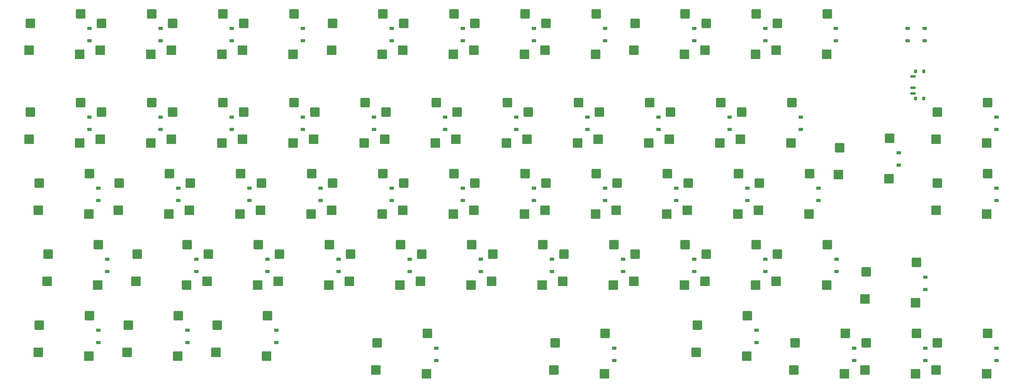
<source format=gbp>
G04 #@! TF.GenerationSoftware,KiCad,Pcbnew,7.0.8-7.0.8~ubuntu22.04.1*
G04 #@! TF.CreationDate,2023-10-08T19:27:19+02:00*
G04 #@! TF.ProjectId,nrw65-pcb,6e727736-352d-4706-9362-2e6b69636164,rev?*
G04 #@! TF.SameCoordinates,Original*
G04 #@! TF.FileFunction,Paste,Bot*
G04 #@! TF.FilePolarity,Positive*
%FSLAX46Y46*%
G04 Gerber Fmt 4.6, Leading zero omitted, Abs format (unit mm)*
G04 Created by KiCad (PCBNEW 7.0.8-7.0.8~ubuntu22.04.1) date 2023-10-08 19:27:19*
%MOMM*%
%LPD*%
G01*
G04 APERTURE LIST*
G04 Aperture macros list*
%AMRoundRect*
0 Rectangle with rounded corners*
0 $1 Rounding radius*
0 $2 $3 $4 $5 $6 $7 $8 $9 X,Y pos of 4 corners*
0 Add a 4 corners polygon primitive as box body*
4,1,4,$2,$3,$4,$5,$6,$7,$8,$9,$2,$3,0*
0 Add four circle primitives for the rounded corners*
1,1,$1+$1,$2,$3*
1,1,$1+$1,$4,$5*
1,1,$1+$1,$6,$7*
1,1,$1+$1,$8,$9*
0 Add four rect primitives between the rounded corners*
20,1,$1+$1,$2,$3,$4,$5,0*
20,1,$1+$1,$4,$5,$6,$7,0*
20,1,$1+$1,$6,$7,$8,$9,0*
20,1,$1+$1,$8,$9,$2,$3,0*%
G04 Aperture macros list end*
%ADD10RoundRect,0.260000X-1.040000X-1.040000X1.040000X-1.040000X1.040000X1.040000X-1.040000X1.040000X0*%
%ADD11RoundRect,0.250000X-1.025000X-1.000000X1.025000X-1.000000X1.025000X1.000000X-1.025000X1.000000X0*%
%ADD12RoundRect,0.225000X0.375000X-0.225000X0.375000X0.225000X-0.375000X0.225000X-0.375000X-0.225000X0*%
%ADD13RoundRect,0.200000X-0.200000X0.300000X-0.200000X-0.300000X0.200000X-0.300000X0.200000X0.300000X0*%
%ADD14RoundRect,0.175000X-0.575000X0.175000X-0.575000X-0.175000X0.575000X-0.175000X0.575000X0.175000X0*%
G04 APERTURE END LIST*
D10*
X45900000Y-63037500D03*
D11*
X46215000Y-55797500D03*
D10*
X59450000Y-64087500D03*
D11*
X59665000Y-53257500D03*
D10*
X164962500Y-82087500D03*
D11*
X165277500Y-74847500D03*
D10*
X178512500Y-83137500D03*
D11*
X178727500Y-72307500D03*
D10*
X88762500Y-82087500D03*
D11*
X89077500Y-74847500D03*
D10*
X102312500Y-83137500D03*
D11*
X102527500Y-72307500D03*
D10*
X69712500Y-82087500D03*
D11*
X70027500Y-74847500D03*
D10*
X83262500Y-83137500D03*
D11*
X83477500Y-72307500D03*
D10*
X29231250Y-82087500D03*
D11*
X29546250Y-74847500D03*
D10*
X42781250Y-83137500D03*
D11*
X42996250Y-72307500D03*
D10*
X198300000Y-63037500D03*
D11*
X198615000Y-55797500D03*
D10*
X211850000Y-64087500D03*
D11*
X212065000Y-53257500D03*
D10*
X64950000Y-39225000D03*
D11*
X65265000Y-31985000D03*
D10*
X78500000Y-40275000D03*
D11*
X78715000Y-29445000D03*
D10*
X76856250Y-120187500D03*
D11*
X77171250Y-112947500D03*
D10*
X90406250Y-121237500D03*
D11*
X90621250Y-110407500D03*
D10*
X45900000Y-39225000D03*
D11*
X46215000Y-31985000D03*
D10*
X59450000Y-40275000D03*
D11*
X59665000Y-29445000D03*
D10*
X103050000Y-63037500D03*
D11*
X103365000Y-55797500D03*
D10*
X116600000Y-64087500D03*
D11*
X116815000Y-53257500D03*
D10*
X179250000Y-63037500D03*
D11*
X179565000Y-55797500D03*
D10*
X192800000Y-64087500D03*
D11*
X193015000Y-53257500D03*
D10*
X126862500Y-82087500D03*
D11*
X127177500Y-74847500D03*
D10*
X140412500Y-83137500D03*
D11*
X140627500Y-72307500D03*
D10*
X107812500Y-82087500D03*
D11*
X108127500Y-74847500D03*
D10*
X121362500Y-83137500D03*
D11*
X121577500Y-72307500D03*
D10*
X269737500Y-124950000D03*
D11*
X270052500Y-117710000D03*
D10*
X283287500Y-126000000D03*
D11*
X283502500Y-115170000D03*
D10*
X131625000Y-101137500D03*
D11*
X131940000Y-93897500D03*
D10*
X145175000Y-102187500D03*
D11*
X145390000Y-91357500D03*
D10*
X29231250Y-120187500D03*
D11*
X29546250Y-112947500D03*
D10*
X42781250Y-121237500D03*
D11*
X42996250Y-110407500D03*
D10*
X188775000Y-101137500D03*
D11*
X189090000Y-93897500D03*
D10*
X202325000Y-102187500D03*
D11*
X202540000Y-91357500D03*
D10*
X167343750Y-124950000D03*
D11*
X167658750Y-117710000D03*
D10*
X180893750Y-126000000D03*
D11*
X181108750Y-115170000D03*
D10*
X269737500Y-63037500D03*
D11*
X270052500Y-55797500D03*
D10*
X283287500Y-64087500D03*
D11*
X283502500Y-53257500D03*
D10*
X74475000Y-101137500D03*
D11*
X74790000Y-93897500D03*
D10*
X88025000Y-102187500D03*
D11*
X88240000Y-91357500D03*
D10*
X84000000Y-39225000D03*
D11*
X84315000Y-31985000D03*
D10*
X97550000Y-40275000D03*
D11*
X97765000Y-29445000D03*
D10*
X141150000Y-63037500D03*
D11*
X141465000Y-55797500D03*
D10*
X154700000Y-64087500D03*
D11*
X154915000Y-53257500D03*
D10*
X64950000Y-63037500D03*
D11*
X65265000Y-55797500D03*
D10*
X78500000Y-64087500D03*
D11*
X78715000Y-53257500D03*
D10*
X55425000Y-101137500D03*
D11*
X55740000Y-93897500D03*
D10*
X68975000Y-102187500D03*
D11*
X69190000Y-91357500D03*
D10*
X217350000Y-63037500D03*
D11*
X217665000Y-55797500D03*
D10*
X230900000Y-64087500D03*
D11*
X231115000Y-53257500D03*
D10*
X122100000Y-63037500D03*
D11*
X122415000Y-55797500D03*
D10*
X135650000Y-64087500D03*
D11*
X135865000Y-53257500D03*
D10*
X160200000Y-63037500D03*
D11*
X160515000Y-55797500D03*
D10*
X173750000Y-64087500D03*
D11*
X173965000Y-53257500D03*
D10*
X53043750Y-120187500D03*
D11*
X53358750Y-112947500D03*
D10*
X66593750Y-121237500D03*
D11*
X66808750Y-110407500D03*
D10*
X84000000Y-63037500D03*
D11*
X84315000Y-55797500D03*
D10*
X97550000Y-64087500D03*
D11*
X97765000Y-53257500D03*
D10*
X184012500Y-82087500D03*
D11*
X184327500Y-74847500D03*
D10*
X197562500Y-83137500D03*
D11*
X197777500Y-72307500D03*
D10*
X126862500Y-39225000D03*
D11*
X127177500Y-31985000D03*
D10*
X140412500Y-40275000D03*
D11*
X140627500Y-29445000D03*
D10*
X145912500Y-82087500D03*
D11*
X146227500Y-74847500D03*
D10*
X159462500Y-83137500D03*
D11*
X159677500Y-72307500D03*
D10*
X203062500Y-82087500D03*
D11*
X203377500Y-74847500D03*
D10*
X216612500Y-83137500D03*
D11*
X216827500Y-72307500D03*
D10*
X145912500Y-39225000D03*
D11*
X146227500Y-31985000D03*
D10*
X159462500Y-40275000D03*
D11*
X159677500Y-29445000D03*
D10*
X112575000Y-101137500D03*
D11*
X112890000Y-93897500D03*
D10*
X126125000Y-102187500D03*
D11*
X126340000Y-91357500D03*
D10*
X93525000Y-101137500D03*
D11*
X93840000Y-93897500D03*
D10*
X107075000Y-102187500D03*
D11*
X107290000Y-91357500D03*
D10*
X207825000Y-101137500D03*
D11*
X208140000Y-93897500D03*
D10*
X221375000Y-102187500D03*
D11*
X221590000Y-91357500D03*
D10*
X107812500Y-39225000D03*
D11*
X108127500Y-31985000D03*
D10*
X121362500Y-40275000D03*
D11*
X121577500Y-29445000D03*
D10*
X205443750Y-120187500D03*
D11*
X205758750Y-112947500D03*
D10*
X218993750Y-121237500D03*
D11*
X219208750Y-110407500D03*
D10*
X269737500Y-82087500D03*
D11*
X270052500Y-74847500D03*
D10*
X283287500Y-83137500D03*
D11*
X283502500Y-72307500D03*
D10*
X226875000Y-101137500D03*
D11*
X227190000Y-93897500D03*
D10*
X240425000Y-102187500D03*
D11*
X240640000Y-91357500D03*
D10*
X26850000Y-63037500D03*
D11*
X27165000Y-55797500D03*
D10*
X40400000Y-64087500D03*
D11*
X40615000Y-53257500D03*
D10*
X250687500Y-124950000D03*
D11*
X251002500Y-117710000D03*
D10*
X264237500Y-126000000D03*
D11*
X264452500Y-115170000D03*
D10*
X119718750Y-124950000D03*
D11*
X120033750Y-117710000D03*
D10*
X133268750Y-126000000D03*
D11*
X133483750Y-115170000D03*
D10*
X26850000Y-39225000D03*
D11*
X27165000Y-31985000D03*
D10*
X40400000Y-40275000D03*
D11*
X40615000Y-29445000D03*
D10*
X150675000Y-101137500D03*
D11*
X150990000Y-93897500D03*
D10*
X164225000Y-102187500D03*
D11*
X164440000Y-91357500D03*
D10*
X164962500Y-39225000D03*
D11*
X165277500Y-31985000D03*
D10*
X178512500Y-40275000D03*
D11*
X178727500Y-29445000D03*
D10*
X243543750Y-72562500D03*
D11*
X243858750Y-65322500D03*
D10*
X257093750Y-73612500D03*
D11*
X257308750Y-62782500D03*
D10*
X188775000Y-39225000D03*
D11*
X189090000Y-31985000D03*
D10*
X202325000Y-40275000D03*
D11*
X202540000Y-29445000D03*
D10*
X226875000Y-39225000D03*
D11*
X227190000Y-31985000D03*
D10*
X240425000Y-40275000D03*
D11*
X240640000Y-29445000D03*
D10*
X31612500Y-101137500D03*
D11*
X31927500Y-93897500D03*
D10*
X45162500Y-102187500D03*
D11*
X45377500Y-91357500D03*
D10*
X169725000Y-101137500D03*
D11*
X170040000Y-93897500D03*
D10*
X183275000Y-102187500D03*
D11*
X183490000Y-91357500D03*
D10*
X231637500Y-124950000D03*
D11*
X231952500Y-117710000D03*
D10*
X245187500Y-126000000D03*
D11*
X245402500Y-115170000D03*
D10*
X207825000Y-39225000D03*
D11*
X208140000Y-31985000D03*
D10*
X221375000Y-40275000D03*
D11*
X221590000Y-29445000D03*
D10*
X250687500Y-105900000D03*
D11*
X251002500Y-98660000D03*
D10*
X264237500Y-106950000D03*
D11*
X264452500Y-96120000D03*
D10*
X50662500Y-82087500D03*
D11*
X50977500Y-74847500D03*
D10*
X64212500Y-83137500D03*
D11*
X64427500Y-72307500D03*
D10*
X222112500Y-82087500D03*
D11*
X222427500Y-74847500D03*
D10*
X235662500Y-83137500D03*
D11*
X235877500Y-72307500D03*
D12*
X285887500Y-79512500D03*
X285887500Y-76212500D03*
X181112500Y-36650000D03*
X181112500Y-33350000D03*
X219212500Y-79512500D03*
X219212500Y-76212500D03*
X285887500Y-60462500D03*
X285887500Y-57162500D03*
X66812500Y-79512500D03*
X66812500Y-76212500D03*
X162062500Y-79512500D03*
X162062500Y-76212500D03*
X93006250Y-117612500D03*
X93006250Y-114312500D03*
X45381250Y-79512500D03*
X45381250Y-76212500D03*
X45381250Y-117612500D03*
X45381250Y-114312500D03*
X123962500Y-79512500D03*
X123962500Y-76212500D03*
X204925000Y-98562500D03*
X204925000Y-95262500D03*
X104912500Y-79512500D03*
X104912500Y-76212500D03*
X214450000Y-60462500D03*
X214450000Y-57162500D03*
X162062500Y-36650000D03*
X162062500Y-33350000D03*
X204925000Y-36650000D03*
X204925000Y-33350000D03*
X128725000Y-98562500D03*
X128725000Y-95262500D03*
X266837500Y-103325000D03*
X266837500Y-100025000D03*
X242890000Y-36650000D03*
X242890000Y-33350000D03*
X223975000Y-36650000D03*
X223975000Y-33350000D03*
X176350000Y-60462500D03*
X176350000Y-57162500D03*
X262075000Y-36650000D03*
X262075000Y-33350000D03*
X247787500Y-122375000D03*
X247787500Y-119075000D03*
X109675000Y-98562500D03*
X109675000Y-95262500D03*
X81100000Y-36650000D03*
X81100000Y-33350000D03*
X71575000Y-98562500D03*
X71575000Y-95262500D03*
D13*
X264210000Y-52150000D03*
X266420000Y-52150000D03*
D14*
X263560000Y-46250000D03*
D13*
X264210000Y-44850000D03*
X266420000Y-44850000D03*
D14*
X263560000Y-49250000D03*
X263560000Y-50750000D03*
D12*
X266837500Y-122375000D03*
X266837500Y-119075000D03*
X166825000Y-98562500D03*
X166825000Y-95262500D03*
X233500000Y-60462500D03*
X233500000Y-57162500D03*
X143012500Y-79512500D03*
X143012500Y-76212500D03*
X195400000Y-60462500D03*
X195400000Y-57162500D03*
X85862500Y-79512500D03*
X85862500Y-76212500D03*
X238262500Y-79512500D03*
X238262500Y-76212500D03*
X285887500Y-122375000D03*
X285887500Y-119075000D03*
X259693750Y-69987500D03*
X259693750Y-66687500D03*
X100150000Y-36650000D03*
X100150000Y-33350000D03*
X62050000Y-60462500D03*
X62050000Y-57162500D03*
X243025000Y-98562500D03*
X243025000Y-95262500D03*
X147775000Y-98562500D03*
X147775000Y-95262500D03*
X185875000Y-98562500D03*
X185875000Y-95262500D03*
X138250000Y-60462500D03*
X138250000Y-57162500D03*
X123962500Y-36650000D03*
X123962500Y-33350000D03*
X135868750Y-122375000D03*
X135868750Y-119075000D03*
X43000000Y-36650000D03*
X43000000Y-33350000D03*
X181112500Y-79512500D03*
X181112500Y-76212500D03*
X100150000Y-60462500D03*
X100150000Y-57162500D03*
X119200000Y-60462500D03*
X119200000Y-57162500D03*
X266700000Y-36650000D03*
X266700000Y-33350000D03*
X90625000Y-98562500D03*
X90625000Y-95262500D03*
X81100000Y-60462500D03*
X81100000Y-57162500D03*
X43000000Y-60462500D03*
X43000000Y-57162500D03*
X47762500Y-98562500D03*
X47762500Y-95262500D03*
X223975000Y-98562500D03*
X223975000Y-95262500D03*
X157300000Y-60462500D03*
X157300000Y-57162500D03*
X200162500Y-79512500D03*
X200162500Y-76212500D03*
X221593750Y-117612500D03*
X221593750Y-114312500D03*
X62050000Y-36650000D03*
X62050000Y-33350000D03*
X69193750Y-117612500D03*
X69193750Y-114312500D03*
X183493750Y-122375000D03*
X183493750Y-119075000D03*
X143012500Y-36650000D03*
X143012500Y-33350000D03*
M02*

</source>
